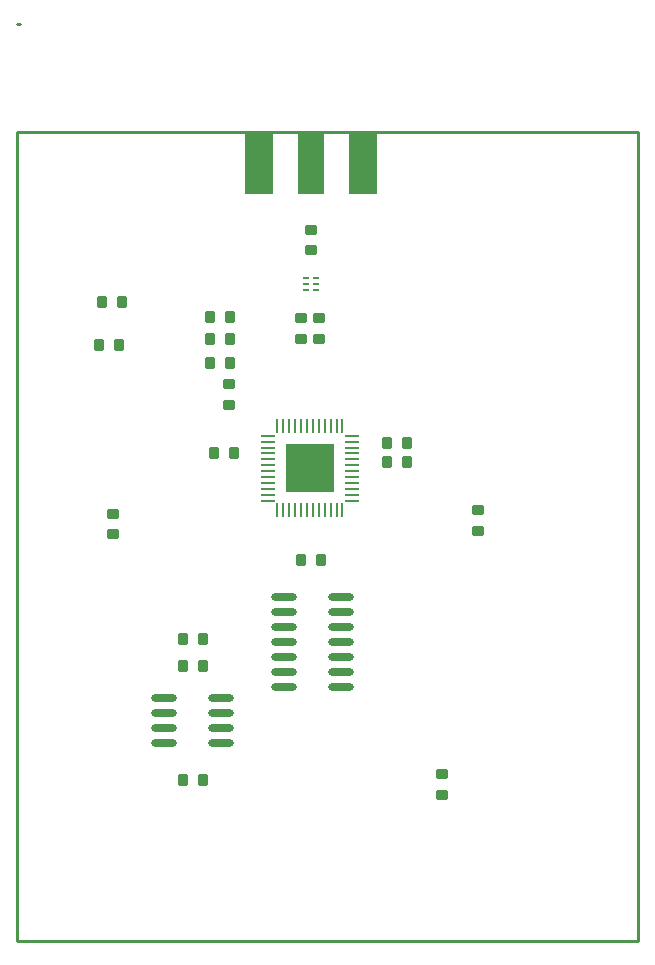
<source format=gtp>
G04 Layer_Color=8421504*
%FSLAX25Y25*%
%MOIN*%
G70*
G01*
G75*
G04:AMPARAMS|DCode=10|XSize=39.37mil|YSize=35.43mil|CornerRadius=4.43mil|HoleSize=0mil|Usage=FLASHONLY|Rotation=270.000|XOffset=0mil|YOffset=0mil|HoleType=Round|Shape=RoundedRectangle|*
%AMROUNDEDRECTD10*
21,1,0.03937,0.02658,0,0,270.0*
21,1,0.03051,0.03543,0,0,270.0*
1,1,0.00886,-0.01329,-0.01526*
1,1,0.00886,-0.01329,0.01526*
1,1,0.00886,0.01329,0.01526*
1,1,0.00886,0.01329,-0.01526*
%
%ADD10ROUNDEDRECTD10*%
G04:AMPARAMS|DCode=11|XSize=39.37mil|YSize=35.43mil|CornerRadius=4.43mil|HoleSize=0mil|Usage=FLASHONLY|Rotation=0.000|XOffset=0mil|YOffset=0mil|HoleType=Round|Shape=RoundedRectangle|*
%AMROUNDEDRECTD11*
21,1,0.03937,0.02658,0,0,0.0*
21,1,0.03051,0.03543,0,0,0.0*
1,1,0.00886,0.01526,-0.01329*
1,1,0.00886,-0.01526,-0.01329*
1,1,0.00886,-0.01526,0.01329*
1,1,0.00886,0.01526,0.01329*
%
%ADD11ROUNDEDRECTD11*%
%ADD12R,0.16142X0.16142*%
%ADD13O,0.04724X0.00984*%
%ADD14O,0.00984X0.04724*%
%ADD15O,0.08661X0.02362*%
%ADD16R,0.09508X0.20000*%
%ADD17R,0.09016X0.20000*%
%ADD18R,0.02165X0.00984*%
%ADD22C,0.01000*%
D10*
X161346Y201000D02*
D03*
X154654D02*
D03*
X200847Y227500D02*
D03*
X194153D02*
D03*
X161346Y154000D02*
D03*
X154654D02*
D03*
X222654Y260000D02*
D03*
X229346D02*
D03*
X171846Y263000D02*
D03*
X165154D02*
D03*
X222654Y266500D02*
D03*
X229346D02*
D03*
X134346Y313500D02*
D03*
X127654D02*
D03*
X163654Y308500D02*
D03*
X170346D02*
D03*
X163654Y301000D02*
D03*
X170346D02*
D03*
X163654Y293000D02*
D03*
X170347D02*
D03*
X133346Y299000D02*
D03*
X126654D02*
D03*
X154654Y192000D02*
D03*
X161346D02*
D03*
D11*
X131500Y242693D02*
D03*
Y236000D02*
D03*
X253000Y237154D02*
D03*
Y243847D02*
D03*
X197500Y337346D02*
D03*
Y330654D02*
D03*
X200000Y307846D02*
D03*
Y301154D02*
D03*
X194000Y307846D02*
D03*
Y301154D02*
D03*
X241000Y149154D02*
D03*
Y155846D02*
D03*
X170000Y279154D02*
D03*
Y285846D02*
D03*
D12*
X197110Y257925D02*
D03*
D13*
X211185Y268752D02*
D03*
Y266783D02*
D03*
Y264815D02*
D03*
Y262846D02*
D03*
Y260878D02*
D03*
Y258910D02*
D03*
Y256941D02*
D03*
Y254972D02*
D03*
Y253004D02*
D03*
Y251035D02*
D03*
Y249067D02*
D03*
Y247098D02*
D03*
X183035D02*
D03*
Y249067D02*
D03*
Y251035D02*
D03*
Y253004D02*
D03*
Y254972D02*
D03*
Y256941D02*
D03*
Y258910D02*
D03*
Y260878D02*
D03*
Y262846D02*
D03*
Y264815D02*
D03*
Y266783D02*
D03*
Y268752D02*
D03*
D14*
X207937Y243850D02*
D03*
X205968D02*
D03*
X204000D02*
D03*
X202031D02*
D03*
X200063D02*
D03*
X198094D02*
D03*
X196126D02*
D03*
X194158D02*
D03*
X192189D02*
D03*
X190220D02*
D03*
X188252D02*
D03*
X186284D02*
D03*
Y272000D02*
D03*
X188252D02*
D03*
X190220D02*
D03*
X192189D02*
D03*
X194158D02*
D03*
X196126D02*
D03*
X198094D02*
D03*
X200063D02*
D03*
X202031D02*
D03*
X204000D02*
D03*
X205968D02*
D03*
X207937D02*
D03*
D15*
X188551Y215000D02*
D03*
Y210000D02*
D03*
Y205000D02*
D03*
Y200000D02*
D03*
Y195000D02*
D03*
Y190000D02*
D03*
Y185000D02*
D03*
X207449Y215000D02*
D03*
Y210000D02*
D03*
Y205000D02*
D03*
Y200000D02*
D03*
Y195000D02*
D03*
Y190000D02*
D03*
Y185000D02*
D03*
X167449Y166500D02*
D03*
Y171500D02*
D03*
Y176500D02*
D03*
Y181500D02*
D03*
X148551Y166500D02*
D03*
Y171500D02*
D03*
Y176500D02*
D03*
Y181500D02*
D03*
D16*
X180246Y359500D02*
D03*
X214754D02*
D03*
D17*
X197500D02*
D03*
D18*
X199000Y321437D02*
D03*
Y319469D02*
D03*
Y317500D02*
D03*
X195654Y321437D02*
D03*
Y319469D02*
D03*
Y317500D02*
D03*
D22*
X99500Y406000D02*
X100500D01*
X136500Y370000D02*
X306500D01*
Y362500D02*
Y370000D01*
X99500Y100500D02*
Y362500D01*
X306500Y100500D02*
Y362500D01*
X99500Y100500D02*
X306500D01*
X99500Y370000D02*
X136500D01*
X99500Y362500D02*
Y370000D01*
M02*

</source>
